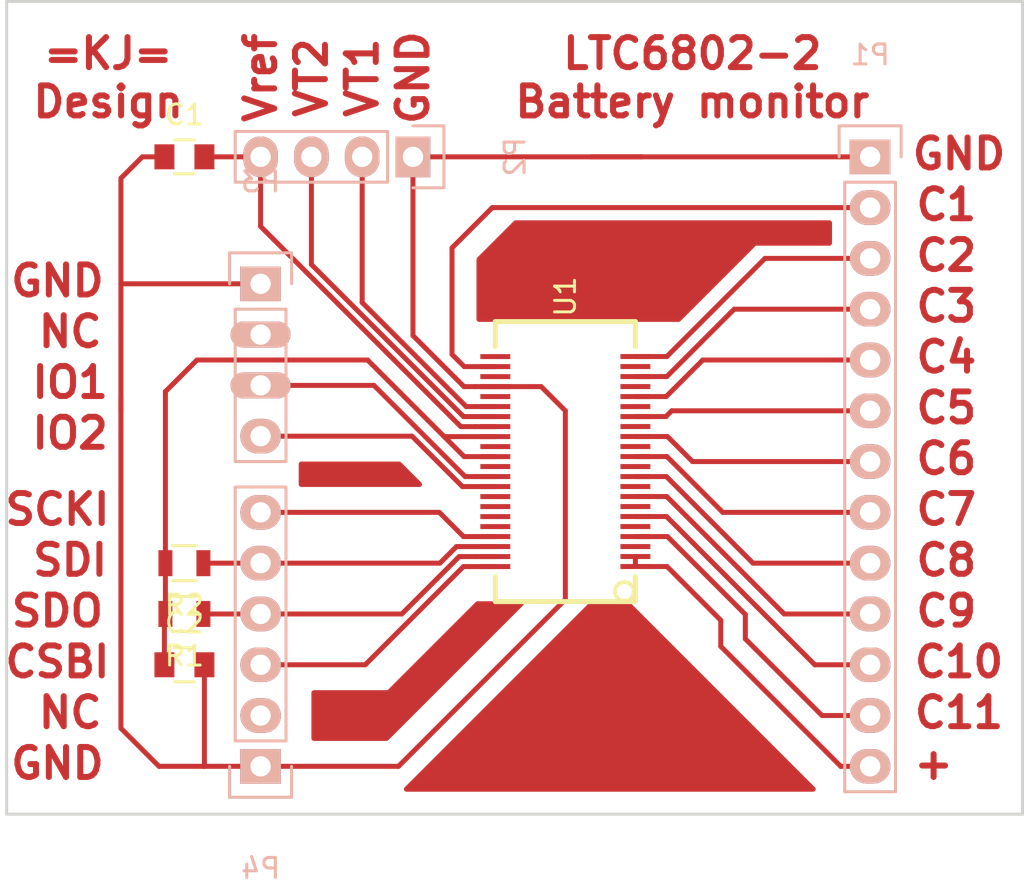
<source format=kicad_pcb>
(kicad_pcb (version 20221018) (generator pcbnew)
  (layers (0 "F.Cu" signal) (31 "B.Cu" signal) (34 "B.Paste" user) (35 "F.Paste" user) (36 "B.SilkS" user "B.Silkscreen") (37 "F.SilkS" user "F.Silkscreen") (38 "B.Mask" user) (39 "F.Mask" user) (44 "Edge.Cuts" user))
  (net 0 "")
  (net 1 "GND")
  (net 2 "Net-(C1-Pad2)")
  (net 3 "+5V")
  (net 4 "Net-(P1-Pad2)")
  (net 5 "Net-(P1-Pad3)")
  (net 6 "Net-(P1-Pad4)")
  (net 7 "Net-(P1-Pad5)")
  (net 8 "Net-(P1-Pad6)")
  (net 9 "Net-(P1-Pad7)")
  (net 10 "Net-(P1-Pad8)")
  (net 11 "Net-(P1-Pad9)")
  (net 12 "Net-(P1-Pad10)")
  (net 13 "Net-(P1-Pad11)")
  (net 14 "Net-(P1-Pad12)")
  (net 15 "Net-(P1-Pad13)")
  (net 16 "Net-(P2-Pad3)")
  (net 17 "Net-(P3-Pad3)")
  (net 18 "Net-(P3-Pad4)")
  (net 19 "Net-(P4-Pad3)")
  (net 20 "Net-(P4-Pad4)")
  (net 21 "Net-(P4-Pad5)")
  (net 22 "Net-(P4-Pad6)")
  (net 23 "Net-(P2-Pad2)")
  (footprint "KiCad-Dev:SSOP-44" (layer "F.Cu") (at 129.54 134.76693 90)
    (fp_text reference "U1" (at 8.25 0 90) (layer "F.SilkS") (effects (font (size 1.00076 1.00076) (thickness 0.14986))))
    (fp_text value "LTC6802-2" hide)
    (fp_line (start -7 -3.5) (end -7 3.5) (stroke (width 0.254)) (layer "F.SilkS"))
    (fp_line (start -7 3.5) (end -5.75 3.5) (stroke (width 0.254)) (layer "F.SilkS"))
    (fp_line (start -5.75 -3.5) (end -7 -3.5) (stroke (width 0.254)) (layer "F.SilkS"))
    (fp_line (start 5.75 -3.5) (end 7 -3.5) (stroke (width 0.254)) (layer "F.SilkS"))
    (fp_line (start 7 -3.5) (end 7 3.5) (stroke (width 0.254)) (layer "F.SilkS"))
    (fp_line (start 7 3.5) (end 5.75 3.5) (stroke (width 0.254)) (layer "F.SilkS"))
    (fp_circle (center -6.4991 2.95034) (end -6.10032 3.19926) (stroke (width 0.19558)) (fill none) (layer "F.SilkS"))
    (pad "1" smd rect (at -5.24764 3.50266 90) (size 0.24892 1.4986) (layers "F.Cu" "F.Paste" "F.Mask") (net 15 "Net-(P1-Pad13)"))
    (pad "2" smd rect (at -4.74726 3.50266 90) (size 0.24892 1.4986) (layers "F.Cu" "F.Paste" "F.Mask") (net 15 "Net-(P1-Pad13)"))
    (pad "3" smd rect (at -4.24942 3.50266 90) (size 0.24892 1.4986) (layers "F.Cu" "F.Paste" "F.Mask"))
    (pad "4" smd rect (at -3.74904 3.50266 90) (size 0.24892 1.4986) (layers "F.Cu" "F.Paste" "F.Mask") (net 14 "Net-(P1-Pad12)"))
    (pad "5" smd rect (at -3.24866 3.50266 90) (size 0.24892 1.4986) (layers "F.Cu" "F.Paste" "F.Mask"))
    (pad "6" smd rect (at -2.74828 3.50266 90) (size 0.24892 1.4986) (layers "F.Cu" "F.Paste" "F.Mask") (net 13 "Net-(P1-Pad11)"))
    (pad "7" smd rect (at -2.2479 3.50266 90) (size 0.24892 1.4986) (layers "F.Cu" "F.Paste" "F.Mask"))
    (pad "8" smd rect (at -1.74752 3.50266 90) (size 0.24892 1.4986) (layers "F.Cu" "F.Paste" "F.Mask") (net 12 "Net-(P1-Pad10)"))
    (pad "9" smd rect (at -1.24714 3.50266 90) (size 0.24892 1.4986) (layers "F.Cu" "F.Paste" "F.Mask"))
    (pad "10" smd rect (at -0.7493 3.50266 90) (size 0.24892 1.4986) (layers "F.Cu" "F.Paste" "F.Mask") (net 11 "Net-(P1-Pad9)"))
    (pad "11" smd rect (at -0.24892 3.50266 90) (size 0.24892 1.4986) (layers "F.Cu" "F.Paste" "F.Mask"))
    (pad "12" smd rect (at 0.25146 3.50266 90) (size 0.24892 1.4986) (layers "F.Cu" "F.Paste" "F.Mask") (net 10 "Net-(P1-Pad8)"))
    (pad "13" smd rect (at 0.75184 3.50266 90) (size 0.24892 1.4986) (layers "F.Cu" "F.Paste" "F.Mask"))
    (pad "14" smd rect (at 1.25222 3.50266 90) (size 0.24892 1.4986) (layers "F.Cu" "F.Paste" "F.Mask") (net 9 "Net-(P1-Pad7)"))
    (pad "15" smd rect (at 1.7526 3.50266 90) (size 0.24892 1.4986) (layers "F.Cu" "F.Paste" "F.Mask"))
    (pad "16" smd rect (at 2.25044 3.50266 90) (size 0.24892 1.4986) (layers "F.Cu" "F.Paste" "F.Mask") (net 8 "Net-(P1-Pad6)"))
    (pad "17" smd rect (at 2.75082 3.50266 90) (size 0.24892 1.4986) (layers "F.Cu" "F.Paste" "F.Mask"))
    (pad "18" smd rect (at 3.2512 3.50266 90) (size 0.24892 1.4986) (layers "F.Cu" "F.Paste" "F.Mask") (net 7 "Net-(P1-Pad5)"))
    (pad "19" smd rect (at 3.75158 3.50266 90) (size 0.24892 1.4986) (layers "F.Cu" "F.Paste" "F.Mask"))
    (pad "20" smd rect (at 4.25196 3.50266 90) (size 0.24892 1.4986) (layers "F.Cu" "F.Paste" "F.Mask") (net 6 "Net-(P1-Pad4)"))
    (pad "21" smd rect (at 4.75234 3.50266 90) (size 0.24892 1.4986) (layers "F.Cu" "F.Paste" "F.Mask"))
    (pad "22" smd rect (at 5.25272 3.50266 90) (size 0.24892 1.4986) (layers "F.Cu" "F.Paste" "F.Mask") (net 5 "Net-(P1-Pad3)"))
    (pad "23" smd rect (at 5.25018 -3.50266 90) (size 0.24892 1.4986) (layers "F.Cu" "F.Paste" "F.Mask"))
    (pad "24" smd rect (at 4.7498 -3.50266 90) (size 0.24892 1.4986) (layers "F.Cu" "F.Paste" "F.Mask") (net 4 "Net-(P1-Pad2)"))
    (pad "25" smd rect (at 4.24942 -3.50266 90) (size 0.24892 1.4986) (layers "F.Cu" "F.Paste" "F.Mask"))
    (pad "26" smd rect (at 3.74904 -3.50266 90) (size 0.24892 1.4986) (layers "F.Cu" "F.Paste" "F.Mask") (net 1 "GND"))
    (pad "27" smd rect (at 3.2512 -3.50266 90) (size 0.24892 1.4986) (layers "F.Cu" "F.Paste" "F.Mask"))
    (pad "28" smd rect (at 2.75082 -3.50266 90) (size 0.24892 1.4986) (layers "F.Cu" "F.Paste" "F.Mask") (net 23 "Net-(P2-Pad2)"))
    (pad "29" smd rect (at 2.25044 -3.50266 90) (size 0.24892 1.4986) (layers "F.Cu" "F.Paste" "F.Mask") (net 16 "Net-(P2-Pad3)"))
    (pad "30" smd rect (at 1.75006 -3.50266 90) (size 0.24892 1.4986) (layers "F.Cu" "F.Paste" "F.Mask") (net 2 "Net-(C1-Pad2)"))
    (pad "31" smd rect (at 1.24968 -3.50266 90) (size 0.24892 1.4986) (layers "F.Cu" "F.Paste" "F.Mask") (net 3 "+5V"))
    (pad "32" smd rect (at 0.7493 -3.50266 90) (size 0.24892 1.4986) (layers "F.Cu" "F.Paste" "F.Mask"))
    (pad "33" smd rect (at 0.24892 -3.50266 90) (size 0.24892 1.4986) (layers "F.Cu" "F.Paste" "F.Mask") (net 3 "+5V"))
    (pad "34" smd rect (at -0.24892 -3.50266 90) (size 0.24892 1.4986) (layers "F.Cu" "F.Paste" "F.Mask"))
    (pad "35" smd rect (at -0.7493 -3.50266 90) (size 0.24892 1.4986) (layers "F.Cu" "F.Paste" "F.Mask") (net 17 "Net-(P3-Pad3)"))
    (pad "36" smd rect (at -1.24968 -3.50266 90) (size 0.24892 1.4986) (layers "F.Cu" "F.Paste" "F.Mask") (net 18 "Net-(P3-Pad4)"))
    (pad "37" smd rect (at -1.75006 -3.50266 90) (size 0.24892 1.4986) (layers "F.Cu" "F.Paste" "F.Mask"))
    (pad "38" smd rect (at -2.25044 -3.50266 90) (size 0.24892 1.4986) (layers "F.Cu" "F.Paste" "F.Mask"))
    (pad "39" smd rect (at -2.75082 -3.50266 90) (size 0.24892 1.4986) (layers "F.Cu" "F.Paste" "F.Mask"))
    (pad "40" smd rect (at -3.2512 -3.50266 90) (size 0.24892 1.4986) (layers "F.Cu" "F.Paste" "F.Mask"))
    (pad "41" smd rect (at -3.74904 -3.50266 90) (size 0.24892 1.4986) (layers "F.Cu" "F.Paste" "F.Mask") (net 22 "Net-(P4-Pad6)"))
    (pad "42" smd rect (at -4.24942 -3.50266 90) (size 0.24892 1.4986) (layers "F.Cu" "F.Paste" "F.Mask") (net 21 "Net-(P4-Pad5)"))
    (pad "43" smd rect (at -4.7498 -3.50266 90) (size 0.24892 1.4986) (layers "F.Cu" "F.Paste" "F.Mask") (net 20 "Net-(P4-Pad4)"))
    (pad "44" smd rect (at -5.25018 -3.50266 90) (size 0.24892 1.4986) (layers "F.Cu" "F.Paste" "F.Mask") (net 19 "Net-(P4-Pad3)"))
  )
  (footprint "Capacitors_SMD:C_0805" (layer "F.Cu") (at 110.49 119.52693)
    (fp_text reference "C1" (at 0 -2.1) (layer "F.SilkS"))
    (fp_text value "C")
    (fp_line (start -0.5 0.85) (end 0.5 0.85) (stroke (width 0.15)) (layer "F.SilkS"))
    (fp_line (start 0.5 -0.85) (end -0.5 -0.85) (stroke (width 0.15)) (layer "F.SilkS"))
    (pad "1" smd rect (at -1 0) (size 1 1.25) (layers "F.Cu" "F.Paste" "F.Mask") (net 1 "GND"))
    (pad "2" smd rect (at 1 0) (size 1 1.25) (layers "F.Cu" "F.Paste" "F.Mask") (net 2 "Net-(C1-Pad2)"))
  )
  (footprint "Capacitors_SMD:C_0805" (layer "F.Cu") (at 110.49 144.92693)
    (fp_text reference "C2" (at 0 -2.1) (layer "F.SilkS"))
    (fp_text value "C")
    (fp_line (start -0.5 0.85) (end 0.5 0.85) (stroke (width 0.15)) (layer "F.SilkS"))
    (fp_line (start 0.5 -0.85) (end -0.5 -0.85) (stroke (width 0.15)) (layer "F.SilkS"))
    (pad "1" smd rect (at -1 0) (size 1 1.25) (layers "F.Cu" "F.Paste" "F.Mask") (net 3 "+5V"))
    (pad "2" smd rect (at 1 0) (size 1 1.25) (layers "F.Cu" "F.Paste" "F.Mask") (net 1 "GND"))
  )
  (footprint "Resistors_SMD:R_0805" (layer "F.Cu") (at 110.49 142.38693 180)
    (fp_text reference "R1" (at 0 -2.1 180) (layer "F.SilkS"))
    (fp_text value "R")
    (fp_line (start -0.6 -0.875) (end 0.6 -0.875) (stroke (width 0.15)) (layer "F.SilkS"))
    (fp_line (start 0.6 0.875) (end -0.6 0.875) (stroke (width 0.15)) (layer "F.SilkS"))
    (pad "1" smd rect (at -0.95 0 180) (size 0.7 1.3) (layers "F.Cu" "F.Paste" "F.Mask") (net 20 "Net-(P4-Pad4)"))
    (pad "2" smd rect (at 0.95 0 180) (size 0.7 1.3) (layers "F.Cu" "F.Paste" "F.Mask") (net 3 "+5V"))
  )
  (footprint "Resistors_SMD:R_0805" (layer "F.Cu") (at 110.49 139.84693 180)
    (fp_text reference "R2" (at 0 -2.1 180) (layer "F.SilkS"))
    (fp_text value "R")
    (fp_line (start -0.6 -0.875) (end 0.6 -0.875) (stroke (width 0.15)) (layer "F.SilkS"))
    (fp_line (start 0.6 0.875) (end -0.6 0.875) (stroke (width 0.15)) (layer "F.SilkS"))
    (pad "1" smd rect (at -0.95 0 180) (size 0.7 1.3) (layers "F.Cu" "F.Paste" "F.Mask") (net 21 "Net-(P4-Pad5)"))
    (pad "2" smd rect (at 0.95 0 180) (size 0.7 1.3) (layers "F.Cu" "F.Paste" "F.Mask") (net 3 "+5V"))
  )
  (footprint "Pin_Headers:Pin_Header_Straight_1x13" (layer "B.Cu") (at 144.78 119.52693 180)
    (fp_text reference "P1" (at 0 5.1 180) (layer "B.SilkS") (effects (justify mirror)))
    (fp_text value "CONN_01X13")
    (fp_line (start -1.55 0) (end -1.55 1.55) (stroke (width 0.15)) (layer "B.SilkS"))
    (fp_line (start -1.55 1.55) (end 1.55 1.55) (stroke (width 0.15)) (layer "B.SilkS"))
    (fp_line (start -1.27 -31.75) (end 1.27 -31.75) (stroke (width 0.15)) (layer "B.SilkS"))
    (fp_line (start -1.27 -1.27) (end -1.27 -31.75) (stroke (width 0.15)) (layer "B.SilkS"))
    (fp_line (start 1.27 -31.75) (end 1.27 -1.27) (stroke (width 0.15)) (layer "B.SilkS"))
    (fp_line (start 1.27 -1.27) (end -1.27 -1.27) (stroke (width 0.15)) (layer "B.SilkS"))
    (fp_line (start 1.55 1.55) (end 1.55 0) (stroke (width 0.15)) (layer "B.SilkS"))
    (pad "1" thru_hole rect (at 0 0 180) (size 2.032 1.7272) (drill 1.016) (layers "*.Cu" "*.Mask" "B.SilkS") (net 1 "GND"))
    (pad "2" thru_hole oval (at 0 -2.54 180) (size 2.032 1.7272) (drill 1.016) (layers "*.Cu" "*.Mask" "B.SilkS") (net 4 "Net-(P1-Pad2)"))
    (pad "3" thru_hole oval (at 0 -5.08 180) (size 2.032 1.7272) (drill 1.016) (layers "*.Cu" "*.Mask" "B.SilkS") (net 5 "Net-(P1-Pad3)"))
    (pad "4" thru_hole oval (at 0 -7.62 180) (size 2.032 1.7272) (drill 1.016) (layers "*.Cu" "*.Mask" "B.SilkS") (net 6 "Net-(P1-Pad4)"))
    (pad "5" thru_hole oval (at 0 -10.16 180) (size 2.032 1.7272) (drill 1.016) (layers "*.Cu" "*.Mask" "B.SilkS") (net 7 "Net-(P1-Pad5)"))
    (pad "6" thru_hole oval (at 0 -12.7 180) (size 2.032 1.7272) (drill 1.016) (layers "*.Cu" "*.Mask" "B.SilkS") (net 8 "Net-(P1-Pad6)"))
    (pad "7" thru_hole oval (at 0 -15.24 180) (size 2.032 1.7272) (drill 1.016) (layers "*.Cu" "*.Mask" "B.SilkS") (net 9 "Net-(P1-Pad7)"))
    (pad "8" thru_hole oval (at 0 -17.78 180) (size 2.032 1.7272) (drill 1.016) (layers "*.Cu" "*.Mask" "B.SilkS") (net 10 "Net-(P1-Pad8)"))
    (pad "9" thru_hole oval (at 0 -20.32 180) (size 2.032 1.7272) (drill 1.016) (layers "*.Cu" "*.Mask" "B.SilkS") (net 11 "Net-(P1-Pad9)"))
    (pad "10" thru_hole oval (at 0 -22.86 180) (size 2.032 1.7272) (drill 1.016) (layers "*.Cu" "*.Mask" "B.SilkS") (net 12 "Net-(P1-Pad10)"))
    (pad "11" thru_hole oval (at 0 -25.4 180) (size 2.032 1.7272) (drill 1.016) (layers "*.Cu" "*.Mask" "B.SilkS") (net 13 "Net-(P1-Pad11)"))
    (pad "12" thru_hole oval (at 0 -27.94 180) (size 2.032 1.7272) (drill 1.016) (layers "*.Cu" "*.Mask" "B.SilkS") (net 14 "Net-(P1-Pad12)"))
    (pad "13" thru_hole oval (at 0 -30.48 180) (size 2.032 1.7272) (drill 1.016) (layers "*.Cu" "*.Mask" "B.SilkS") (net 15 "Net-(P1-Pad13)"))
  )
  (footprint "Pin_Headers:Pin_Header_Straight_1x04" (layer "B.Cu") (at 121.92 119.52693 90)
    (fp_text reference "P2" (at 0 5.1 90) (layer "B.SilkS") (effects (justify mirror)))
    (fp_text value "CONN_01X04")
    (fp_line (start -1.55 0) (end -1.55 1.55) (stroke (width 0.15)) (layer "B.SilkS"))
    (fp_line (start -1.55 1.55) (end 1.55 1.55) (stroke (width 0.15)) (layer "B.SilkS"))
    (fp_line (start -1.27 -8.89) (end 1.27 -8.89) (stroke (width 0.15)) (layer "B.SilkS"))
    (fp_line (start -1.27 -1.27) (end -1.27 -8.89) (stroke (width 0.15)) (layer "B.SilkS"))
    (fp_line (start 1.27 -1.27) (end -1.27 -1.27) (stroke (width 0.15)) (layer "B.SilkS"))
    (fp_line (start 1.27 -1.27) (end 1.27 -8.89) (stroke (width 0.15)) (layer "B.SilkS"))
    (fp_line (start 1.55 1.55) (end 1.55 0) (stroke (width 0.15)) (layer "B.SilkS"))
    (pad "1" thru_hole rect (at 0 0 90) (size 2.032 1.7272) (drill 1.016) (layers "*.Cu" "*.Mask" "B.SilkS") (net 1 "GND"))
    (pad "2" thru_hole oval (at 0 -2.54 90) (size 2.032 1.7272) (drill 1.016) (layers "*.Cu" "*.Mask" "B.SilkS") (net 23 "Net-(P2-Pad2)"))
    (pad "3" thru_hole oval (at 0 -5.08 90) (size 2.032 1.7272) (drill 1.016) (layers "*.Cu" "*.Mask" "B.SilkS") (net 16 "Net-(P2-Pad3)"))
    (pad "4" thru_hole oval (at 0 -7.62 90) (size 2.032 1.7272) (drill 1.016) (layers "*.Cu" "*.Mask" "B.SilkS") (net 2 "Net-(C1-Pad2)"))
  )
  (footprint "Pin_Headers:Pin_Header_Straight_1x04" (layer "B.Cu") (at 114.3 125.87693 180)
    (fp_text reference "P3" (at 0 5.1 180) (layer "B.SilkS") (effects (justify mirror)))
    (fp_text value "CONN_01X04")
    (fp_line (start -1.55 0) (end -1.55 1.55) (stroke (width 0.15)) (layer "B.SilkS"))
    (fp_line (start -1.55 1.55) (end 1.55 1.55) (stroke (width 0.15)) (layer "B.SilkS"))
    (fp_line (start -1.27 -8.89) (end 1.27 -8.89) (stroke (width 0.15)) (layer "B.SilkS"))
    (fp_line (start -1.27 -1.27) (end -1.27 -8.89) (stroke (width 0.15)) (layer "B.SilkS"))
    (fp_line (start 1.27 -1.27) (end -1.27 -1.27) (stroke (width 0.15)) (layer "B.SilkS"))
    (fp_line (start 1.27 -1.27) (end 1.27 -8.89) (stroke (width 0.15)) (layer "B.SilkS"))
    (fp_line (start 1.55 1.55) (end 1.55 0) (stroke (width 0.15)) (layer "B.SilkS"))
    (pad "1" thru_hole rect (at 0 0 180) (size 2.032 1.7272) (drill 1.016) (layers "*.Cu" "*.Mask" "B.SilkS") (net 1 "GND"))
    (pad "2" thru_hole oval (at 0 -2.54 180) (size 3 1.3) (drill 1.016) (layers "*.Cu" "*.Mask" "B.SilkS"))
    (pad "3" thru_hole oval (at 0 -5.08 180) (size 3 1.3) (drill 1.016) (layers "*.Cu" "*.Mask" "B.SilkS") (net 17 "Net-(P3-Pad3)"))
    (pad "4" thru_hole oval (at 0 -7.62 180) (size 2.032 1.7272) (drill 1.016) (layers "*.Cu" "*.Mask" "B.SilkS") (net 18 "Net-(P3-Pad4)"))
  )
  (footprint "Pin_Headers:Pin_Header_Straight_1x06" (layer "B.Cu") (at 114.3 150.00693)
    (fp_text reference "P4" (at 0 5.1) (layer "B.SilkS") (effects (justify mirror)))
    (fp_text value "CONN_01X06")
    (fp_line (start -1.55 0) (end -1.55 1.55) (stroke (width 0.15)) (layer "B.SilkS"))
    (fp_line (start -1.55 1.55) (end 1.55 1.55) (stroke (width 0.15)) (layer "B.SilkS"))
    (fp_line (start -1.27 -13.97) (end -1.27 -1.27) (stroke (width 0.15)) (layer "B.SilkS"))
    (fp_line (start 1.27 -13.97) (end -1.27 -13.97) (stroke (width 0.15)) (layer "B.SilkS"))
    (fp_line (start 1.27 -1.27) (end -1.27 -1.27) (stroke (width 0.15)) (layer "B.SilkS"))
    (fp_line (start 1.27 -1.27) (end 1.27 -13.97) (stroke (width 0.15)) (layer "B.SilkS"))
    (fp_line (start 1.55 1.55) (end 1.55 0) (stroke (width 0.15)) (layer "B.SilkS"))
    (pad "1" thru_hole rect (at 0 0) (size 2.032 1.7272) (drill 1.016) (layers "*.Cu" "*.Mask" "B.SilkS") (net 1 "GND"))
    (pad "2" thru_hole oval (at 0 -2.54) (size 2.032 1.7272) (drill 1.016) (layers "*.Cu" "*.Mask" "B.SilkS"))
    (pad "3" thru_hole oval (at 0 -5.08) (size 2.032 1.7272) (drill 1.016) (layers "*.Cu" "*.Mask" "B.SilkS") (net 19 "Net-(P4-Pad3)"))
    (pad "4" thru_hole oval (at 0 -7.62) (size 2.032 1.7272) (drill 1.016) (layers "*.Cu" "*.Mask" "B.SilkS") (net 20 "Net-(P4-Pad4)"))
    (pad "5" thru_hole oval (at 0 -10.16) (size 2.032 1.7272) (drill 1.016) (layers "*.Cu" "*.Mask" "B.SilkS") (net 21 "Net-(P4-Pad5)"))
    (pad "6" thru_hole oval (at 0 -12.7) (size 2.032 1.7272) (drill 1.016) (layers "*.Cu" "*.Mask" "B.SilkS") (net 22 "Net-(P4-Pad6)"))
  )
  (gr_line (start 152.4 152.4) (end 101.6 152.4) (stroke (width 0.15)) (layer "Edge.Cuts"))
  (gr_line (start 101.6 152.4) (end 101.6 111.76) (stroke (width 0.15)) (layer "Edge.Cuts"))
  (gr_line (start 101.6 111.76) (end 152.4 111.76) (stroke (width 0.15)) (layer "Edge.Cuts"))
  (gr_line (start 152.4 111.76) (end 152.4 152.4) (stroke (width 0.15)) (layer "Edge.Cuts"))
  (gr_text "C2" (at 148.59 124.46) (layer "F.Cu") (effects (font (size 1.5 1.5) (thickness 0.3))))
  (gr_text "C3" (at 148.59 127) (layer "F.Cu") (effects (font (size 1.5 1.5) (thickness 0.3))))
  (gr_text "C4" (at 148.59 129.54) (layer "F.Cu") (effects (font (size 1.5 1.5) (thickness 0.3))))
  (gr_text "C5" (at 148.59 132.08) (layer "F.Cu") (effects (font (size 1.5 1.5) (thickness 0.3))))
  (gr_text "C6" (at 148.59 134.62) (layer "F.Cu") (effects (font (size 1.5 1.5) (thickness 0.3))))
  (gr_text "C7" (at 148.59 137.16) (layer "F.Cu") (effects (font (size 1.5 1.5) (thickness 0.3))))
  (gr_text "C8" (at 148.59 139.7) (layer "F.Cu") (effects (font (size 1.5 1.5) (thickness 0.3))))
  (gr_text "C9" (at 148.59 142.24) (layer "F.Cu") (effects (font (size 1.5 1.5) (thickness 0.3))))
  (gr_text "C10" (at 149.225 144.78) (layer "F.Cu") (effects (font (size 1.5 1.5) (thickness 0.3))))
  (gr_text "C11" (at 149.225 147.32) (layer "F.Cu") (effects (font (size 1.5 1.5) (thickness 0.3))))
  (gr_text "+" (at 147.955 149.86) (layer "F.Cu") (effects (font (size 1.5 1.5) (thickness 0.3))))
  (gr_text "VT2" (at 116.84 115.57 90) (layer "F.Cu") (effects (font (size 1.5 1.5) (thickness 0.3))))
  (gr_text "Vref" (at 114.3 115.57 90) (layer "F.Cu") (effects (font (size 1.5 1.5) (thickness 0.3))))
  (gr_text "SDO" (at 104.14 142.24) (layer "F.Cu") (effects (font (size 1.5 1.5) (thickness 0.3))))
  (gr_text "SDI" (at 104.775 139.7) (layer "F.Cu") (effects (font (size 1.5 1.5) (thickness 0.3))))
  (gr_text "SCKI" (at 104.14 137.16) (layer "F.Cu") (effects (font (size 1.5 1.5) (thickness 0.3))))
  (gr_text "GND" (at 104.14 149.86) (layer "F.Cu") (effects (font (size 1.5 1.5) (thickness 0.3))))
  (gr_text "NC" (at 104.775 147.32) (layer "F.Cu") (effects (font (size 1.5 1.5) (thickness 0.3))))
  (gr_text "GND" (at 104.14 125.73) (layer "F.Cu") (effects (font (size 1.5 1.5) (thickness 0.3))))
  (gr_text "NC" (at 104.775 128.27) (layer "F.Cu") (effects (font (size 1.5 1.5) (thickness 0.3))))
  (gr_text "VT1" (at 119.38 115.57 90) (layer "F.Cu") (effects (font (size 1.5 1.5) (thickness 0.3))))
  (gr_text "GND" (at 149.225 119.38) (layer "F.Cu") (effects (font (size 1.5 1.5) (thickness 0.3))))
  (gr_text "GND" (at 121.92 115.57 90) (layer "F.Cu") (effects (font (size 1.5 1.5) (thickness 0.3))))
  (gr_text "IO1" (at 104.775 130.81) (layer "F.Cu") (effects (font (size 1.5 1.5) (thickness 0.3))))
  (gr_text "C1" (at 148.59 121.92) (layer "F.Cu") (effects (font (size 1.5 1.5) (thickness 0.3))))
  (gr_text "=KJ=\nDesign" (at 106.68 115.57) (layer "F.Cu") (effects (font (size 1.5 1.5) (thickness 0.3))))
  (gr_text "IO2" (at 104.775 133.35) (layer "F.Cu") (effects (font (size 1.5 1.5) (thickness 0.3))))
  (gr_text "LTC6802-2\nBattery monitor" (at 135.89 115.57) (layer "F.Cu") (effects (font (size 1.5 1.5) (thickness 0.3))))
  (gr_text "CSBI" (at 104.14 144.78) (layer "F.Cu") (effects (font (size 1.5 1.5) (thickness 0.3))))
  (segment (start 133.35 119.52693) (end 130.81 119.52693) (width 0.25) (layer "F.Cu") (net 1))
  (segment (start 114.3 150.00693) (end 121.19534 150.00693) (width 0.25) (layer "F.Cu") (net 1))
  (segment (start 129.54 132.22693) (end 128.33096 131.01789) (width 0.25) (layer "F.Cu") (net 1))
  (segment (start 144.78 119.52693) (end 133.35 119.52693) (width 0.25) (layer "F.Cu") (net 1))
  (segment (start 121.92 128.469043) (end 124.468847 131.01789) (width 0.25) (layer "F.Cu") (net 1))
  (segment (start 124.468847 131.01789) (end 125.03804 131.01789) (width 0.25) (layer "F.Cu") (net 1))
  (segment (start 107.315 120.598052) (end 107.315 125.87693) (width 0.25) (layer "F.Cu") (net 1))
  (segment (start 107.315 148.10193) (end 107.315 132.22693) (width 0.25) (layer "F.Cu") (net 1))
  (segment (start 121.92 119.52693) (end 133.35 119.52693) (width 0.25) (layer "F.Cu") (net 1))
  (segment (start 114.3 150.00693) (end 111.49 150.00693) (width 0.25) (layer "F.Cu") (net 1))
  (segment (start 109.22 150.00693) (end 107.315 148.10193) (width 0.25) (layer "F.Cu") (net 1))
  (segment (start 109.49 119.52693) (end 108.386122 119.52693) (width 0.25) (layer "F.Cu") (net 1))
  (segment (start 125.03804 131.01789) (end 126.03734 131.01789) (width 0.25) (layer "F.Cu") (net 1))
  (segment (start 129.54 141.66227) (end 129.54 132.22693) (width 0.25) (layer "F.Cu") (net 1))
  (segment (start 107.315 125.87693) (end 107.315 132.22693) (width 0.25) (layer "F.Cu") (net 1))
  (segment (start 114.3 125.87693) (end 107.315 125.87693) (width 0.25) (layer "F.Cu") (net 1))
  (segment (start 107.315 132.22693) (end 107.315 131.59193) (width 0.25) (layer "F.Cu") (net 1))
  (segment (start 128.33096 131.01789) (end 126.03734 131.01789) (width 0.25) (layer "F.Cu") (net 1))
  (segment (start 111.49 144.92693) (end 111.49 150.00693) (width 0.25) (layer "F.Cu") (net 1))
  (segment (start 111.49 150.00693) (end 109.22 150.00693) (width 0.25) (layer "F.Cu") (net 1))
  (segment (start 121.92 119.52693) (end 121.92 128.469043) (width 0.25) (layer "F.Cu") (net 1))
  (segment (start 121.19534 150.00693) (end 129.54 141.66227) (width 0.25) (layer "F.Cu") (net 1))
  (segment (start 108.386122 119.52693) (end 107.315 120.598052) (width 0.25) (layer "F.Cu") (net 1))
  (segment (start 125.03804 133.01687) (end 126.03734 133.01687) (width 0.25) (layer "F.Cu") (net 2))
  (segment (start 114.3 119.52693) (end 114.3 123.006731) (width 0.25) (layer "F.Cu") (net 2))
  (segment (start 124.310141 133.01687) (end 125.03804 133.01687) (width 0.25) (layer "F.Cu") (net 2))
  (segment (start 114.3 123.006731) (end 124.310141 133.01687) (width 0.25) (layer "F.Cu") (net 2))
  (segment (start 114.3 119.52693) (end 111.49 119.52693) (width 0.25) (layer "F.Cu") (net 2))
  (segment (start 109.49 142.43693) (end 109.54 142.38693) (width 0.25) (layer "F.Cu") (net 3))
  (segment (start 109.54 131.266635) (end 111.119705 129.68693) (width 0.25) (layer "F.Cu") (net 3))
  (segment (start 109.54 139.84693) (end 109.54 131.266635) (width 0.25) (layer "F.Cu") (net 3))
  (segment (start 109.49 144.92693) (end 109.49 142.43693) (width 0.25) (layer "F.Cu") (net 3))
  (segment (start 123.460333 133.49693) (end 124.481413 134.51801) (width 0.25) (layer "F.Cu") (net 3))
  (segment (start 119.650333 129.68693) (end 123.460333 133.49693) (width 0.25) (layer "F.Cu") (net 3))
  (segment (start 109.54 142.38693) (end 109.54 139.84693) (width 0.25) (layer "F.Cu") (net 3))
  (segment (start 126.03734 133.51725) (end 123.480653 133.51725) (width 0.25) (layer "F.Cu") (net 3))
  (segment (start 111.119705 129.68693) (end 119.650333 129.68693) (width 0.25) (layer "F.Cu") (net 3))
  (segment (start 123.480653 133.51725) (end 123.460333 133.49693) (width 0.25) (layer "F.Cu") (net 3))
  (segment (start 124.481413 134.51801) (end 126.03734 134.51801) (width 0.25) (layer "F.Cu") (net 3))
  (segment (start 124.482556 130.01713) (end 126.03734 130.01713) (width 0.25) (layer "F.Cu") (net 4))
  (segment (start 144.78 122.06693) (end 125.885384 122.06693) (width 0.25) (layer "F.Cu") (net 4))
  (segment (start 125.885384 122.06693) (end 123.873219 124.079095) (width 0.25) (layer "F.Cu") (net 4))
  (segment (start 123.873219 129.407793) (end 124.482556 130.01713) (width 0.25) (layer "F.Cu") (net 4))
  (segment (start 123.873219 124.079095) (end 123.873219 129.407793) (width 0.25) (layer "F.Cu") (net 4))
  (segment (start 133.04266 129.51421) (end 134.612997 129.51421) (width 0.25) (layer "F.Cu") (net 5))
  (segment (start 139.520277 124.60693) (end 144.78 124.60693) (width 0.25) (layer "F.Cu") (net 5))
  (segment (start 134.612997 129.51421) (end 139.520277 124.60693) (width 0.25) (layer "F.Cu") (net 5))
  (segment (start 137.980212 127.14693) (end 134.612172 130.51497) (width 0.25) (layer "F.Cu") (net 6))
  (segment (start 134.612172 130.51497) (end 134.04196 130.51497) (width 0.25) (layer "F.Cu") (net 6))
  (segment (start 144.78 127.14693) (end 137.980212 127.14693) (width 0.25) (layer "F.Cu") (net 6))
  (segment (start 134.04196 130.51497) (end 133.04266 130.51497) (width 0.25) (layer "F.Cu") (net 6))
  (segment (start 136.412754 129.68693) (end 144.78 129.68693) (width 0.25) (layer "F.Cu") (net 7))
  (segment (start 134.583954 131.51573) (end 136.412754 129.68693) (width 0.25) (layer "F.Cu") (net 7))
  (segment (start 133.04266 131.51573) (end 134.583954 131.51573) (width 0.25) (layer "F.Cu") (net 7))
  (segment (start 134.569433 132.51649) (end 134.858993 132.22693) (width 0.25) (layer "F.Cu") (net 8))
  (segment (start 134.858993 132.22693) (end 144.78 132.22693) (width 0.25) (layer "F.Cu") (net 8))
  (segment (start 133.04266 132.51649) (end 134.569433 132.51649) (width 0.25) (layer "F.Cu") (net 8))
  (segment (start 134.64664 133.51471) (end 135.89886 134.76693) (width 0.25) (layer "F.Cu") (net 9))
  (segment (start 135.89886 134.76693) (end 144.78 134.76693) (width 0.25) (layer "F.Cu") (net 9))
  (segment (start 133.04266 133.51471) (end 134.64664 133.51471) (width 0.25) (layer "F.Cu") (net 9))
  (segment (start 134.619685 134.51547) (end 137.411145 137.30693) (width 0.25) (layer "F.Cu") (net 10))
  (segment (start 133.04266 134.51547) (end 134.619685 134.51547) (width 0.25) (layer "F.Cu") (net 10))
  (segment (start 137.411145 137.30693) (end 144.78 137.30693) (width 0.25) (layer "F.Cu") (net 10))
  (segment (start 133.04266 135.51623) (end 134.592731 135.51623) (width 0.25) (layer "F.Cu") (net 11))
  (segment (start 134.592731 135.51623) (end 138.923431 139.84693) (width 0.25) (layer "F.Cu") (net 11))
  (segment (start 138.923431 139.84693) (end 144.78 139.84693) (width 0.25) (layer "F.Cu") (net 11))
  (segment (start 134.608577 136.51445) (end 140.481057 142.38693) (width 0.25) (layer "F.Cu") (net 12))
  (segment (start 133.04266 136.51445) (end 134.608577 136.51445) (width 0.25) (layer "F.Cu") (net 12))
  (segment (start 140.481057 142.38693) (end 144.78 142.38693) (width 0.25) (layer "F.Cu") (net 12))
  (segment (start 142.011737 144.92693) (end 143.514 144.92693) (width 0.25) (layer "F.Cu") (net 13))
  (segment (start 133.04266 137.51521) (end 134.600017 137.51521) (width 0.25) (layer "F.Cu") (net 13))
  (segment (start 134.600017 137.51521) (end 142.011737 144.92693) (width 0.25) (layer "F.Cu") (net 13))
  (segment (start 143.514 144.92693) (end 144.78 144.92693) (width 0.25) (layer "F.Cu") (net 13))
  (segment (start 134.644182 138.51597) (end 138.540488 142.412276) (width 0.25) (layer "F.Cu") (net 14))
  (segment (start 142.373748 147.46693) (end 144.78 147.46693) (width 0.25) (layer "F.Cu") (net 14))
  (segment (start 138.540488 142.412276) (end 138.540488 143.63367) (width 0.25) (layer "F.Cu") (net 14))
  (segment (start 138.540488 143.63367) (end 142.373748 147.46693) (width 0.25) (layer "F.Cu") (net 14))
  (segment (start 133.04266 138.51597) (end 134.644182 138.51597) (width 0.25) (layer "F.Cu") (net 14))
  (segment (start 137.31081 142.700294) (end 137.31081 144.008183) (width 0.25) (layer "F.Cu") (net 15))
  (segment (start 143.309557 150.00693) (end 144.78 150.00693) (width 0.25) (layer "F.Cu") (net 15))
  (segment (start 133.04266 140.01457) (end 134.625086 140.01457) (width 0.25) (layer "F.Cu") (net 15))
  (segment (start 133.04266 139.51419) (end 133.04266 140.01457) (width 0.25) (layer "F.Cu") (net 15))
  (segment (start 137.31081 144.008183) (end 143.309557 150.00693) (width 0.25) (layer "F.Cu") (net 15))
  (segment (start 134.625086 140.01457) (end 137.31081 142.700294) (width 0.25) (layer "F.Cu") (net 15))
  (segment (start 124.446171 132.51649) (end 116.84 124.910319) (width 0.25) (layer "F.Cu") (net 16))
  (segment (start 116.84 120.79293) (end 116.84 119.52693) (width 0.25) (layer "F.Cu") (net 16))
  (segment (start 126.03734 132.51649) (end 124.446171 132.51649) (width 0.25) (layer "F.Cu") (net 16))
  (segment (start 116.84 124.910319) (end 116.84 120.79293) (width 0.25) (layer "F.Cu") (net 16))
  (segment (start 124.527952 135.51623) (end 125.03804 135.51623) (width 0.25) (layer "F.Cu") (net 17))
  (segment (start 119.968652 130.95693) (end 124.527952 135.51623) (width 0.25) (layer "F.Cu") (net 17))
  (segment (start 125.03804 135.51623) (end 126.03734 135.51623) (width 0.25) (layer "F.Cu") (net 17))
  (segment (start 114.3 130.95693) (end 119.968652 130.95693) (width 0.25) (layer "F.Cu") (net 17))
  (segment (start 124.391922 136.01661) (end 126.03734 136.01661) (width 0.25) (layer "F.Cu") (net 18))
  (segment (start 121.872242 133.49693) (end 124.391922 136.01661) (width 0.25) (layer "F.Cu") (net 18))
  (segment (start 114.3 133.49693) (end 121.872242 133.49693) (width 0.25) (layer "F.Cu") (net 18))
  (segment (start 124.442769 140.01711) (end 126.03734 140.01711) (width 0.25) (layer "F.Cu") (net 19))
  (segment (start 114.3 144.92693) (end 119.532949 144.92693) (width 0.25) (layer "F.Cu") (net 19))
  (segment (start 119.532949 144.92693) (end 124.442769 140.01711) (width 0.25) (layer "F.Cu") (net 19))
  (segment (start 125.03804 139.51673) (end 126.03734 139.51673) (width 0.25) (layer "F.Cu") (net 20))
  (segment (start 114.3 142.38693) (end 111.44 142.38693) (width 0.25) (layer "F.Cu") (net 20))
  (segment (start 114.3 142.38693) (end 121.361695 142.38693) (width 0.25) (layer "F.Cu") (net 20))
  (segment (start 124.231895 139.51673) (end 125.03804 139.51673) (width 0.25) (layer "F.Cu") (net 20))
  (segment (start 121.361695 142.38693) (end 124.231895 139.51673) (width 0.25) (layer "F.Cu") (net 20))
  (segment (start 114.3 139.84693) (end 123.265285 139.84693) (width 0.25) (layer "F.Cu") (net 21))
  (segment (start 124.095865 139.01635) (end 126.03734 139.01635) (width 0.25) (layer "F.Cu") (net 21))
  (segment (start 111.44 139.84693) (end 114.3 139.84693) (width 0.25) (layer "F.Cu") (net 21))
  (segment (start 123.265285 139.84693) (end 124.095865 139.01635) (width 0.25) (layer "F.Cu") (net 21))
  (segment (start 123.23696 137.30693) (end 124.446 138.51597) (width 0.25) (layer "F.Cu") (net 22))
  (segment (start 114.3 137.30693) (end 123.23696 137.30693) (width 0.25) (layer "F.Cu") (net 22))
  (segment (start 124.446 138.51597) (end 126.03734 138.51597) (width 0.25) (layer "F.Cu") (net 22))
  (segment (start 124.582201 132.01611) (end 119.38 126.813909) (width 0.25) (layer "F.Cu") (net 23))
  (segment (start 119.38 126.813909) (end 119.38 120.79293) (width 0.25) (layer "F.Cu") (net 23))
  (segment (start 126.03734 132.01611) (end 124.582201 132.01611) (width 0.25) (layer "F.Cu") (net 23))
  (segment (start 119.38 120.79293) (end 119.38 119.52693) (width 0.25) (layer "F.Cu") (net 23))
  (zone (net 0) (net_name "") (layer "F.Cu") (connect_pads (clearance 0.508)) (min_thickness 0.254) (fill yes (thermal_gap 0.508) (thermal_bridge_width 0.508))
    (polygon (pts (xy 116.205 136.03693) (xy 116.205 134.76693) (xy 121.285 134.76693) (xy 122.555 136.03693)))
  )
  (zone (net 0) (net_name "") (layer "F.Cu") (connect_pads (clearance 0.508)) (min_thickness 0.254) (fill yes (thermal_gap 0.508) (thermal_bridge_width 0.508))
    (polygon (pts (xy 121.285 151.27693) (xy 130.81 141.75193) (xy 132.715 141.75193) (xy 142.24 151.27693)))
  )
  (zone (net 0) (net_name "") (layer "F.Cu") (connect_pads (clearance 0.508)) (min_thickness 0.254) (fill yes (thermal_gap 0.508) (thermal_bridge_width 0.508))
    (polygon (pts (xy 116.84 148.73693) (xy 116.84 146.19693) (xy 120.65 146.19693) (xy 125.095 141.75193) (xy 127.635 141.75193) (xy 120.65 148.73693)))
  )
  (zone (net 0) (net_name "") (layer "F.Cu") (connect_pads (clearance 0.508)) (min_thickness 0.254) (fill yes (thermal_gap 0.508) (thermal_bridge_width 0.508))
    (polygon (pts (xy 142.875 122.70193) (xy 142.875 123.97193) (xy 139.065 123.97193) (xy 135.255 127.78193) (xy 125.095 127.78193) (xy 125.095 124.60693) (xy 127 122.70193)))
  )
)
</source>
